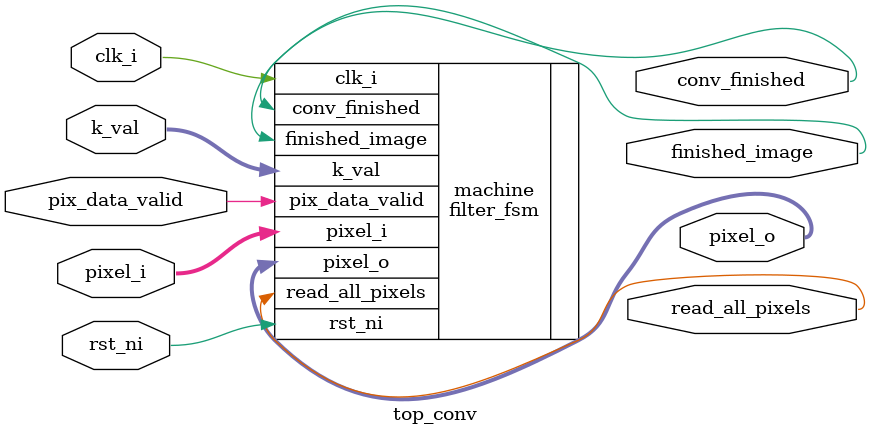
<source format=sv>
module top_conv (
  input logic           clk_i,
  input logic           rst_ni,
  input logic [107:0]     k_val,
  input logic [7:0] pixel_i,
  input logic           pix_data_valid,
  output logic [7:0]    pixel_o,
  output logic          conv_finished,
  output logic			finished_image,
  output logic			read_all_pixels
);

  filter_fsm #(
  .width(12), 
  .input_width(8), 
  .im_dim(28),
  .k_size(9),// 3x3
  .k_dim(3) // 3x3 kernel
  ) machine (
    .k_val(k_val),
    .clk_i(clk_i),
    .rst_ni(rst_ni),  
    .pixel_i(pixel_i),
    .pix_data_valid(pix_data_valid),
    .conv_finished(conv_finished),
    .pixel_o(pixel_o),
	.finished_image(finished_image),
	.read_all_pixels(read_all_pixels)
  );

endmodule : top_conv
</source>
